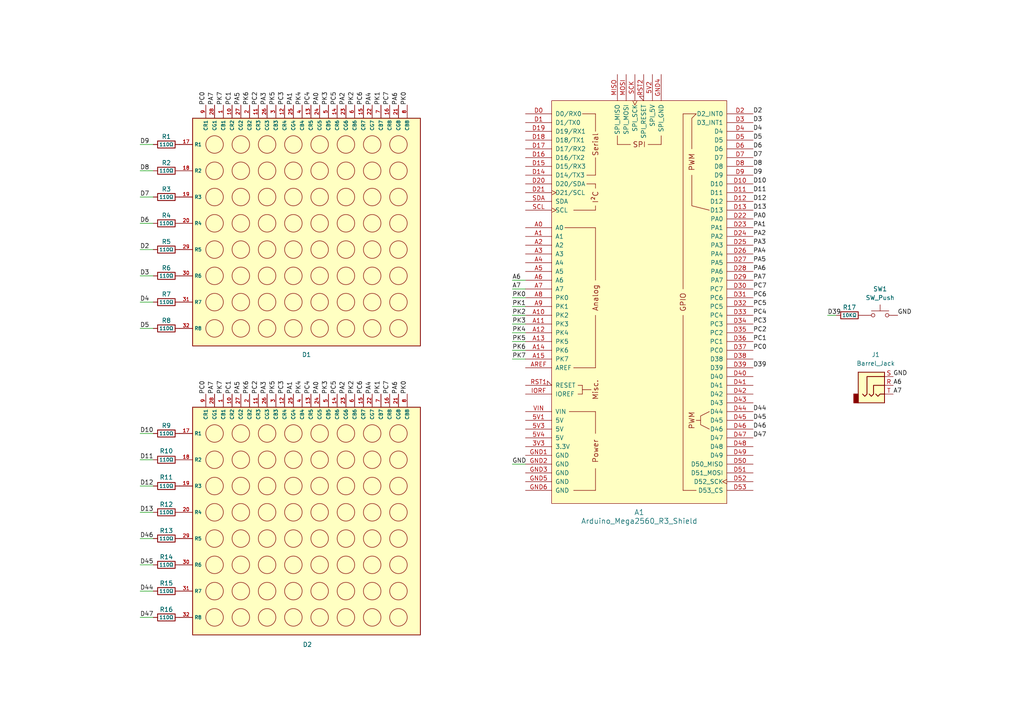
<source format=kicad_sch>
(kicad_sch (version 20231120) (generator "eeschema") (generator_version "8.0")
  (paper "A4")
  (lib_symbols
    (symbol "Connector_Audio:AudioJack3"
      (property "Reference" "J" (at 0 8.89 0))
      (property "Value" "AudioJack3" (at 0 6.35 0))
      (symbol "AudioJack3_0_1"
        (rectangle (start -5.08 -5.08) (end -6.35 -2.54) (stroke (width 0.254)) (fill (type outline)))
        (polyline (pts (xy 0 -2.54) (xy 0.635 -3.175) (xy 1.27 -2.54) (xy 2.54 -2.54)) (stroke (width 0.254)))
        (polyline (pts (xy -1.905 -2.54) (xy -1.27 -3.175) (xy -0.635 -2.54) (xy -0.635 0) (xy 2.54 0)) (stroke (width 0.254)))
        (polyline (pts (xy 2.54 2.54) (xy -2.54 2.54) (xy -2.54 -2.54) (xy -3.175 -3.175) (xy -3.81 -2.54)) (stroke (width 0.254)))
        (rectangle (start 2.54 3.81) (end -5.08 -5.08) (stroke (width 0.254)) (fill (type background)))
      )
      (symbol "AudioJack3_1_1"
        (pin passive line (at 5.08 0 180) (length 2.54) (name "~") (number "R"))
        (pin passive line (at 5.08 2.54 180) (length 2.54) (name "~") (number "S"))
        (pin passive line (at 5.08 -2.54 180) (length 2.54) (name "~") (number "T"))
      )
    )
    (symbol "Device:R" (pin_numbers hide) (pin_names (offset 0))
      (property "Reference" "R17" (at -2.286 0 90))
      (property "Value" "10KΩ" (at 0 0 90))
      (symbol "R_0_1"
        (rectangle (start -1.016 -2.54) (end 1.016 2.54) (stroke (width 0.254)))
      )
      (symbol "R_1_1"
        (pin passive line (at 0 3.81 270) (length 1.27) (name "~") (number "1"))
        (pin passive line (at 0 -3.81 90) (length 1.27) (name "~") (number "2"))
      )
    )
    (symbol "LED Matrix:ORM-2388ARGB-L"
      (property "Reference" "D1" (at 40.64 -80.01 0))
      (property "Value" "ORM-2388ARGB-L" (at 31.496 -83.312 0))
      (symbol "ORM-2388ARGB-L_0_1"
        (rectangle (start 7.62 -11.43) (end 73.66 -77.47) (stroke (width 0.254)) (fill (type background)))
        (circle (center 13.97 -72.39) (radius 2.54))
        (circle (center 13.97 -64.77) (radius 2.54))
        (circle (center 13.97 -57.15) (radius 2.54))
        (circle (center 13.97 -49.53) (radius 2.54))
        (circle (center 13.97 -41.91) (radius 2.54))
        (circle (center 13.97 -34.29) (radius 2.54))
        (circle (center 13.97 -26.67) (radius 2.54))
        (circle (center 13.97 -19.05) (radius 2.54))
        (circle (center 21.59 -72.39) (radius 2.54))
        (circle (center 21.59 -64.77) (radius 2.54))
        (circle (center 21.59 -57.15) (radius 2.54))
        (circle (center 21.59 -49.53) (radius 2.54))
        (circle (center 21.59 -41.91) (radius 2.54))
        (circle (center 21.59 -34.29) (radius 2.54))
        (circle (center 21.59 -26.67) (radius 2.54))
        (circle (center 21.59 -19.05) (radius 2.54))
        (circle (center 29.21 -72.39) (radius 2.54))
        (circle (center 29.21 -64.77) (radius 2.54))
        (circle (center 29.21 -57.15) (radius 2.54))
        (circle (center 29.21 -49.53) (radius 2.54))
        (circle (center 29.21 -41.91) (radius 2.54))
        (circle (center 29.21 -34.29) (radius 2.54))
        (circle (center 29.21 -26.67) (radius 2.54))
        (circle (center 29.21 -19.05) (radius 2.54))
        (circle (center 36.83 -72.39) (radius 2.54))
        (circle (center 36.83 -64.77) (radius 2.54))
        (circle (center 36.83 -57.15) (radius 2.54))
        (circle (center 36.83 -49.53) (radius 2.54))
        (circle (center 36.83 -41.91) (radius 2.54))
        (circle (center 36.83 -34.29) (radius 2.54))
        (circle (center 36.83 -26.67) (radius 2.54))
        (circle (center 36.83 -19.05) (radius 2.54))
        (circle (center 44.45 -72.39) (radius 2.54))
        (circle (center 44.45 -64.77) (radius 2.54))
        (circle (center 44.45 -57.15) (radius 2.54))
        (circle (center 44.45 -49.53) (radius 2.54))
        (circle (center 44.45 -41.91) (radius 2.54))
        (circle (center 44.45 -34.29) (radius 2.54))
        (circle (center 44.45 -26.67) (radius 2.54))
        (circle (center 44.45 -19.05) (radius 2.54))
        (circle (center 52.07 -72.39) (radius 2.54))
        (circle (center 52.07 -64.77) (radius 2.54))
        (circle (center 52.07 -57.15) (radius 2.54))
        (circle (center 52.07 -49.53) (radius 2.54))
        (circle (center 52.07 -41.91) (radius 2.54))
        (circle (center 52.07 -34.29) (radius 2.54))
        (circle (center 52.07 -26.67) (radius 2.54))
        (circle (center 52.07 -19.05) (radius 2.54))
        (circle (center 59.69 -72.39) (radius 2.54))
        (circle (center 59.69 -64.77) (radius 2.54))
        (circle (center 59.69 -57.15) (radius 2.54))
        (circle (center 59.69 -49.53) (radius 2.54))
        (circle (center 59.69 -41.91) (radius 2.54))
        (circle (center 59.69 -34.29) (radius 2.54))
        (circle (center 59.69 -26.67) (radius 2.54))
        (circle (center 59.69 -19.05) (radius 2.54))
        (circle (center 67.31 -72.39) (radius 2.54))
        (circle (center 67.31 -64.77) (radius 2.54))
        (circle (center 67.31 -57.15) (radius 2.54))
        (circle (center 67.31 -49.53) (radius 2.54))
        (circle (center 67.31 -41.91) (radius 2.54))
        (circle (center 67.31 -34.29) (radius 2.54))
        (circle (center 67.31 -26.67) (radius 2.54))
        (circle (center 67.31 -19.05) (radius 2.54))
        (pin input line (at 16.51 -7.62 270) (length 3.81) (name "CB1") (number "1"))
        (pin input line (at 19.05 -7.62 270) (length 3.81) (name "CR2") (number "10"))
        (pin input line (at 26.67 -7.62 270) (length 3.81) (name "CR3") (number "11"))
        (pin input line (at 34.29 -7.62 270) (length 3.81) (name "CR4") (number "12"))
        (pin input line (at 41.91 -7.62 270) (length 3.81) (name "CR5") (number "13"))
        (pin input line (at 49.53 -7.62 270) (length 3.81) (name "CR6") (number "14"))
        (pin input line (at 57.15 -7.62 270) (length 3.81) (name "CR7") (number "15"))
        (pin input line (at 64.77 -7.62 270) (length 3.81) (name "CR8") (number "16"))
        (pin input line (at 3.81 -19.05 0) (length 3.81) (name "R1") (number "17"))
        (pin input line (at 3.81 -26.67 0) (length 3.81) (name "R2") (number "18"))
        (pin input line (at 3.81 -34.29 0) (length 3.81) (name "R3") (number "19"))
        (pin input line (at 24.13 -7.62 270) (length 3.81) (name "CB2") (number "2"))
        (pin input line (at 3.81 -41.91 0) (length 3.81) (name "R4") (number "20"))
        (pin input line (at 67.31 -7.62 270) (length 3.81) (name "CG8") (number "21"))
        (pin input line (at 59.69 -7.62 270) (length 3.81) (name "CG7") (number "22"))
        (pin input line (at 52.07 -7.62 270) (length 3.81) (name "CG6") (number "23"))
        (pin input line (at 44.45 -7.62 270) (length 3.81) (name "CG5") (number "24"))
        (pin input line (at 36.83 -7.62 270) (length 3.81) (name "CG4") (number "25"))
        (pin input line (at 29.21 -7.62 270) (length 3.81) (name "CG3") (number "26"))
        (pin input line (at 21.59 -7.62 270) (length 3.81) (name "CG2") (number "27"))
        (pin input line (at 13.97 -7.62 270) (length 3.81) (name "CG1") (number "28"))
        (pin input line (at 3.81 -49.53 0) (length 3.81) (name "R5") (number "29"))
        (pin input line (at 31.75 -7.62 270) (length 3.81) (name "CB3") (number "3"))
        (pin input line (at 3.81 -57.15 0) (length 3.81) (name "R6") (number "30"))
        (pin input line (at 3.81 -64.77 0) (length 3.81) (name "R7") (number "31"))
        (pin input line (at 3.81 -72.39 0) (length 3.81) (name "R8") (number "32"))
        (pin input line (at 39.37 -7.62 270) (length 3.81) (name "CB4") (number "4"))
        (pin input line (at 46.99 -7.62 270) (length 3.81) (name "CB5") (number "5"))
        (pin input line (at 54.61 -7.62 270) (length 3.81) (name "CB6") (number "6"))
        (pin input line (at 62.23 -7.62 270) (length 3.81) (name "CB7") (number "7"))
        (pin input line (at 69.85 -7.62 270) (length 3.81) (name "CB8") (number "8"))
        (pin input line (at 11.43 -7.62 270) (length 3.81) (name "CR1") (number "9"))
      )
    )
    (symbol "ORM-2388ARGB-L_1"
      (property "Reference" "D2" (at 40.894 -80.264 0))
      (property "Value" "ORM-2388ARGB-L" (at 32.766 -83.312 0))
      (symbol "ORM-2388ARGB-L_1_0_1"
        (rectangle (start 7.62 -11.43) (end 73.66 -77.47) (stroke (width 0.254)) (fill (type background)))
        (circle (center 13.97 -72.39) (radius 2.54))
        (circle (center 13.97 -64.77) (radius 2.54))
        (circle (center 13.97 -57.15) (radius 2.54))
        (circle (center 13.97 -49.53) (radius 2.54))
        (circle (center 13.97 -41.91) (radius 2.54))
        (circle (center 13.97 -34.29) (radius 2.54))
        (circle (center 13.97 -26.67) (radius 2.54))
        (circle (center 13.97 -19.05) (radius 2.54))
        (circle (center 21.59 -72.39) (radius 2.54))
        (circle (center 21.59 -64.77) (radius 2.54))
        (circle (center 21.59 -57.15) (radius 2.54))
        (circle (center 21.59 -49.53) (radius 2.54))
        (circle (center 21.59 -41.91) (radius 2.54))
        (circle (center 21.59 -34.29) (radius 2.54))
        (circle (center 21.59 -26.67) (radius 2.54))
        (circle (center 21.59 -19.05) (radius 2.54))
        (circle (center 29.21 -72.39) (radius 2.54))
        (circle (center 29.21 -64.77) (radius 2.54))
        (circle (center 29.21 -57.15) (radius 2.54))
        (circle (center 29.21 -49.53) (radius 2.54))
        (circle (center 29.21 -41.91) (radius 2.54))
        (circle (center 29.21 -34.29) (radius 2.54))
        (circle (center 29.21 -26.67) (radius 2.54))
        (circle (center 29.21 -19.05) (radius 2.54))
        (circle (center 36.83 -72.39) (radius 2.54))
        (circle (center 36.83 -64.77) (radius 2.54))
        (circle (center 36.83 -57.15) (radius 2.54))
        (circle (center 36.83 -49.53) (radius 2.54))
        (circle (center 36.83 -41.91) (radius 2.54))
        (circle (center 36.83 -34.29) (radius 2.54))
        (circle (center 36.83 -26.67) (radius 2.54))
        (circle (center 36.83 -19.05) (radius 2.54))
        (circle (center 44.45 -72.39) (radius 2.54))
        (circle (center 44.45 -64.77) (radius 2.54))
        (circle (center 44.45 -57.15) (radius 2.54))
        (circle (center 44.45 -49.53) (radius 2.54))
        (circle (center 44.45 -41.91) (radius 2.54))
        (circle (center 44.45 -34.29) (radius 2.54))
        (circle (center 44.45 -26.67) (radius 2.54))
        (circle (center 44.45 -19.05) (radius 2.54))
        (circle (center 52.07 -72.39) (radius 2.54))
        (circle (center 52.07 -64.77) (radius 2.54))
        (circle (center 52.07 -57.15) (radius 2.54))
        (circle (center 52.07 -49.53) (radius 2.54))
        (circle (center 52.07 -41.91) (radius 2.54))
        (circle (center 52.07 -34.29) (radius 2.54))
        (circle (center 52.07 -26.67) (radius 2.54))
        (circle (center 52.07 -19.05) (radius 2.54))
        (circle (center 59.69 -72.39) (radius 2.54))
        (circle (center 59.69 -64.77) (radius 2.54))
        (circle (center 59.69 -57.15) (radius 2.54))
        (circle (center 59.69 -49.53) (radius 2.54))
        (circle (center 59.69 -41.91) (radius 2.54))
        (circle (center 59.69 -34.29) (radius 2.54))
        (circle (center 59.69 -26.67) (radius 2.54))
        (circle (center 59.69 -19.05) (radius 2.54))
        (circle (center 67.31 -72.39) (radius 2.54))
        (circle (center 67.31 -64.77) (radius 2.54))
        (circle (center 67.31 -57.15) (radius 2.54))
        (circle (center 67.31 -49.53) (radius 2.54))
        (circle (center 67.31 -41.91) (radius 2.54))
        (circle (center 67.31 -34.29) (radius 2.54))
        (circle (center 67.31 -26.67) (radius 2.54))
        (circle (center 67.31 -19.05) (radius 2.54))
        (pin input line (at 16.51 -7.62 270) (length 3.81) (name "CB1") (number "1"))
        (pin input line (at 19.05 -7.62 270) (length 3.81) (name "CR2") (number "10"))
        (pin input line (at 26.67 -7.62 270) (length 3.81) (name "CR3") (number "11"))
        (pin input line (at 34.29 -7.62 270) (length 3.81) (name "CR4") (number "12"))
        (pin input line (at 41.91 -7.62 270) (length 3.81) (name "CR5") (number "13"))
        (pin input line (at 49.53 -7.62 270) (length 3.81) (name "CR6") (number "14"))
        (pin input line (at 57.15 -7.62 270) (length 3.81) (name "CR7") (number "15"))
        (pin input line (at 64.77 -7.62 270) (length 3.81) (name "CR8") (number "16"))
        (pin input line (at 3.81 -19.05 0) (length 3.81) (name "R1") (number "17"))
        (pin input line (at 3.81 -26.67 0) (length 3.81) (name "R2") (number "18"))
        (pin input line (at 3.81 -34.29 0) (length 3.81) (name "R3") (number "19"))
        (pin input line (at 24.13 -7.62 270) (length 3.81) (name "CB2") (number "2"))
        (pin input line (at 3.81 -41.91 0) (length 3.81) (name "R4") (number "20"))
        (pin input line (at 67.31 -7.62 270) (length 3.81) (name "CG8") (number "21"))
        (pin input line (at 59.69 -7.62 270) (length 3.81) (name "CG7") (number "22"))
        (pin input line (at 52.07 -7.62 270) (length 3.81) (name "CG6") (number "23"))
        (pin input line (at 44.45 -7.62 270) (length 3.81) (name "CG5") (number "24"))
        (pin input line (at 36.83 -7.62 270) (length 3.81) (name "CG4") (number "25"))
        (pin input line (at 29.21 -7.62 270) (length 3.81) (name "CG3") (number "26"))
        (pin input line (at 21.59 -7.62 270) (length 3.81) (name "CG2") (number "27"))
        (pin input line (at 13.97 -7.62 270) (length 3.81) (name "CG1") (number "28"))
        (pin input line (at 3.81 -49.53 0) (length 3.81) (name "R5") (number "29"))
        (pin input line (at 31.75 -7.62 270) (length 3.81) (name "CB3") (number "3"))
        (pin input line (at 3.81 -57.15 0) (length 3.81) (name "R6") (number "30"))
        (pin input line (at 3.81 -64.77 0) (length 3.81) (name "R7") (number "31"))
        (pin input line (at 3.81 -72.39 0) (length 3.81) (name "R8") (number "32"))
        (pin input line (at 39.37 -7.62 270) (length 3.81) (name "CB4") (number "4"))
        (pin input line (at 46.99 -7.62 270) (length 3.81) (name "CB5") (number "5"))
        (pin input line (at 54.61 -7.62 270) (length 3.81) (name "CB6") (number "6"))
        (pin input line (at 62.23 -7.62 270) (length 3.81) (name "CB7") (number "7"))
        (pin input line (at 69.85 -7.62 270) (length 3.81) (name "CB8") (number "8"))
        (pin input line (at 11.43 -7.62 270) (length 3.81) (name "CR1") (number "9"))
      )
    )
    (symbol "R_1" (pin_numbers hide) (pin_names (offset 0))
      (property "Reference" "R1" (at -2.286 0 90))
      (property "Value" "100Ω" (at 0 0 90))
      (symbol "R_1_0_1"
        (rectangle (start -1.016 -2.54) (end 1.016 2.54) (stroke (width 0.254)))
      )
      (symbol "R_1_1_1"
        (pin passive line (at 0 3.81 270) (length 1.27) (name "~") (number "1"))
        (pin passive line (at 0 -3.81 90) (length 1.27) (name "~") (number "2"))
      )
    )
    (symbol "R_10" (pin_numbers hide) (pin_names (offset 0))
      (property "Reference" "R10" (at -2.54 0 90))
      (property "Value" "100Ω" (at 0 0 90))
      (symbol "R_10_0_1"
        (rectangle (start -1.016 -2.54) (end 1.016 2.54) (stroke (width 0.254)))
      )
      (symbol "R_10_1_1"
        (pin passive line (at 0 3.81 270) (length 1.27) (name "~") (number "1"))
        (pin passive line (at 0 -3.81 90) (length 1.27) (name "~") (number "2"))
      )
    )
    (symbol "R_11" (pin_numbers hide) (pin_names (offset 0))
      (property "Reference" "R11" (at -2.54 0 90))
      (property "Value" "100Ω" (at 0 0 90))
      (symbol "R_11_0_1"
        (rectangle (start -1.016 -2.54) (end 1.016 2.54) (stroke (width 0.254)))
      )
      (symbol "R_11_1_1"
        (pin passive line (at 0 3.81 270) (length 1.27) (name "~") (number "1"))
        (pin passive line (at 0 -3.81 90) (length 1.27) (name "~") (number "2"))
      )
    )
    (symbol "R_12" (pin_numbers hide) (pin_names (offset 0))
      (property "Reference" "R12" (at -2.286 0 90))
      (symbol "R_12_0_1"
        (rectangle (start -1.016 -2.54) (end 1.016 2.54) (stroke (width 0.254)))
      )
      (symbol "R_12_1_1"
        (pin passive line (at 0 3.81 270) (length 1.27) (name "~") (number "1"))
        (pin passive line (at 0 -3.81 90) (length 1.27) (name "~") (number "2"))
      )
    )
    (symbol "R_13" (pin_numbers hide) (pin_names (offset 0))
      (property "Reference" "R13" (at -2.286 0 90))
      (property "Value" "100Ω" (at 0 0 90))
      (symbol "R_13_0_1"
        (rectangle (start -1.016 -2.54) (end 1.016 2.54) (stroke (width 0.254)))
      )
      (symbol "R_13_1_1"
        (pin passive line (at 0 3.81 270) (length 1.27) (name "~") (number "1"))
        (pin passive line (at 0 -3.81 90) (length 1.27) (name "~") (number "2"))
      )
    )
    (symbol "R_14" (pin_numbers hide) (pin_names (offset 0))
      (property "Reference" "R14" (at -2.286 0 90))
      (property "Value" "100Ω" (at 0 0 90))
      (symbol "R_14_0_1"
        (rectangle (start -1.016 -2.54) (end 1.016 2.54) (stroke (width 0.254)))
      )
      (symbol "R_14_1_1"
        (pin passive line (at 0 3.81 270) (length 1.27) (name "~") (number "1"))
        (pin passive line (at 0 -3.81 90) (length 1.27) (name "~") (number "2"))
      )
    )
    (symbol "R_15" (pin_numbers hide) (pin_names (offset 0))
      (property "Reference" "R15" (at -2.286 0 90))
      (property "Value" "100Ω" (at 0 0 90))
      (symbol "R_15_0_1"
        (rectangle (start -1.016 -2.54) (end 1.016 2.54) (stroke (width 0.254)))
      )
      (symbol "R_15_1_1"
        (pin passive line (at 0 3.81 270) (length 1.27) (name "~") (number "1"))
        (pin passive line (at 0 -3.81 90) (length 1.27) (name "~") (number "2"))
      )
    )
    (symbol "R_16" (pin_numbers hide) (pin_names (offset 0))
      (property "Reference" "R16" (at -2.286 0 90))
      (property "Value" "100Ω" (at 0 0 90))
      (symbol "R_16_0_1"
        (rectangle (start -1.016 2.54) (end 1.016 -2.54) (stroke (width 0.254)))
      )
      (symbol "R_16_1_1"
        (pin passive line (at 0 3.81 270) (length 1.27) (name "~") (number "1"))
        (pin passive line (at 0 -3.81 90) (length 1.27) (name "~") (number "2"))
      )
    )
    (symbol "R_2" (pin_numbers hide) (pin_names (offset 0))
      (property "Reference" "R2" (at -2.286 0 90))
      (property "Value" "100Ω" (at 0 0 90))
      (symbol "R_2_0_1"
        (rectangle (start -1.016 -2.54) (end 1.016 2.54) (stroke (width 0.254)))
      )
      (symbol "R_2_1_1"
        (pin passive line (at 0 3.81 270) (length 1.27) (name "~") (number "1"))
        (pin passive line (at 0 -3.81 90) (length 1.27) (name "~") (number "2"))
      )
    )
    (symbol "R_3" (pin_numbers hide) (pin_names (offset 0))
      (property "Reference" "R3" (at -2.286 0 90))
      (property "Value" "100Ω" (at 0 0 90))
      (symbol "R_3_0_1"
        (rectangle (start -1.016 -2.54) (end 1.016 2.54) (stroke (width 0.254)))
      )
      (symbol "R_3_1_1"
        (pin passive line (at 0 3.81 270) (length 1.27) (name "~") (number "1"))
        (pin passive line (at 0 -3.81 90) (length 1.27) (name "~") (number "2"))
      )
    )
    (symbol "R_4" (pin_numbers hide) (pin_names (offset 0))
      (property "Reference" "R4" (at -2.286 0 90))
      (property "Value" "100Ω" (at 0 0 90))
      (symbol "R_4_0_1"
        (rectangle (start -1.016 -2.54) (end 1.016 2.54) (stroke (width 0.254)))
      )
      (symbol "R_4_1_1"
        (pin passive line (at 0 3.81 270) (length 1.27) (name "~") (number "1"))
        (pin passive line (at 0 -3.81 90) (length 1.27) (name "~") (number "2"))
      )
    )
    (symbol "R_5" (pin_numbers hide) (pin_names (offset 0))
      (property "Reference" "R5" (at -2.286 0 90))
      (property "Value" "100Ω" (at 0 0 90))
      (symbol "R_5_0_1"
        (rectangle (start -1.016 -2.54) (end 1.016 2.54) (stroke (width 0.254)))
      )
      (symbol "R_5_1_1"
        (pin passive line (at 0 3.81 270) (length 1.27) (name "~") (number "1"))
        (pin passive line (at 0 -3.81 90) (length 1.27) (name "~") (number "2"))
      )
    )
    (symbol "R_6" (pin_numbers hide) (pin_names (offset 0))
      (property "Reference" "R6" (at -2.286 0 90))
      (property "Value" "100Ω" (at 0 0 90))
      (symbol "R_6_0_1"
        (rectangle (start -1.016 -2.54) (end 1.016 2.54) (stroke (width 0.254)))
      )
      (symbol "R_6_1_1"
        (pin passive line (at 0 3.81 270) (length 1.27) (name "~") (number "1"))
        (pin passive line (at 0 -3.81 90) (length 1.27) (name "~") (number "2"))
      )
    )
    (symbol "R_7" (pin_numbers hide) (pin_names (offset 0))
      (property "Reference" "R7" (at -2.286 0 90))
      (property "Value" "100Ω" (at 0 0 90))
      (symbol "R_7_0_1"
        (rectangle (start -1.016 -2.54) (end 1.016 2.54) (stroke (width 0.254)))
      )
      (symbol "R_7_1_1"
        (pin passive line (at 0 3.81 270) (length 1.27) (name "~") (number "1"))
        (pin passive line (at 0 -3.81 90) (length 1.27) (name "~") (number "2"))
      )
    )
    (symbol "R_8" (pin_numbers hide) (pin_names (offset 0))
      (property "Reference" "R8" (at -2.286 0 90))
      (property "Value" "100Ω" (at 0 0 90))
      (symbol "R_8_0_1"
        (rectangle (start -1.016 -2.54) (end 1.016 2.54) (stroke (width 0.254)))
      )
      (symbol "R_8_1_1"
        (pin passive line (at 0 3.81 270) (length 1.27) (name "~") (number "1"))
        (pin passive line (at 0 -3.81 90) (length 1.27) (name "~") (number "2"))
      )
    )
    (symbol "R_9" (pin_numbers hide) (pin_names (offset 0))
      (property "Reference" "R9" (at -2.286 0 90))
      (property "Value" "100Ω" (at 0 0 90))
      (symbol "R_9_0_1"
        (rectangle (start -1.016 -2.54) (end 1.016 2.54) (stroke (width 0.254)))
      )
      (symbol "R_9_1_1"
        (pin passive line (at 0 3.81 270) (length 1.27) (name "~") (number "1"))
        (pin passive line (at 0 -3.81 90) (length 1.27) (name "~") (number "2"))
      )
    )
    (symbol "Switch:SW_Push" (pin_numbers hide) (pin_names (offset 1.016) hide)
      (property "Reference" "SW" (at 1.27 2.54 0))
      (property "Value" "SW_Push" (at 0 -1.524 0))
      (symbol "SW_Push_0_1"
        (circle (center -2.032 0) (radius 0.508))
        (polyline (pts (xy 0 1.27) (xy 0 3.048)))
        (polyline (pts (xy 2.54 1.27) (xy -2.54 1.27)))
        (circle (center 2.032 0) (radius 0.508))
        (pin passive line (at -5.08 0 0) (length 2.54) (name "1") (number "1"))
        (pin passive line (at 5.08 0 180) (length 2.54) (name "2") (number "2"))
      )
    )
    (symbol "arduino-library:Arduino_Mega2560_R3_Shield" (pin_names (offset 1.016))
      (property "Reference" "A1" (at 0 -60.96 0))
      (property "Value" "Arduino_Mega2560_R3_Shield" (at 0 -63.5 0))
      (symbol "Arduino_Mega2560_R3_Shield_0_0"
        (rectangle (start -25.4 58.42) (end 25.4 -58.42) (fill (type background)))
        (rectangle (start -20.32 -31.75) (end -12.7 -31.75))
        (rectangle (start -19.05 -54.61) (end -12.7 -54.61))
        (rectangle (start -19.05 -19.05) (end -12.7 -19.05))
        (rectangle (start -19.05 26.67) (end -12.7 26.67))
        (rectangle (start -17.78 -26.67) (end -16.51 -26.67))
        (rectangle (start -17.78 -24.13) (end -16.51 -24.13))
        (rectangle (start -16.51 -25.4) (end -13.97 -25.4))
        (rectangle (start -16.51 -24.13) (end -16.51 -26.67))
        (rectangle (start -16.51 54.61) (end -12.7 54.61))
        (rectangle (start -15.24 34.29) (end -12.7 34.29))
        (rectangle (start -15.24 36.83) (end -12.7 36.83))
        (rectangle (start -12.7 -54.61) (end -12.7 -48.26))
        (rectangle (start -12.7 -31.75) (end -12.7 -38.1))
        (rectangle (start -12.7 26.67) (end -12.7 27.94))
        (rectangle (start -12.7 34.29) (end -12.7 33.02))
        (rectangle (start -12.7 41.91) (end -12.7 36.83))
        (rectangle (start -12.7 49.53) (end -12.7 54.61))
        (rectangle (start -6.35 48.26) (end -6.35 45.72))
        (rectangle (start -2.54 45.72) (end -6.35 45.72))
        (polyline (pts (xy -21.59 21.59) (xy -12.7 21.59)))
        (polyline (pts (xy -12.7 -19.05) (xy -12.7 -3.81)))
        (polyline (pts (xy -12.7 6.35) (xy -12.7 21.59)))
        (polyline (pts (xy 12.7 -54.61) (xy 16.51 -54.61)))
        (polyline (pts (xy 12.7 54.61) (xy 16.51 54.61)))
        (polyline (pts (xy 17.78 -34.29) (xy 16.51 -34.29)))
        (polyline (pts (xy 15.24 36.83) (xy 15.24 27.94) (xy 20.32 26.67)))
        (polyline (pts (xy 15.24 44.45) (xy 15.24 53.34) (xy 16.51 54.61)))
        (polyline (pts (xy 20.32 -31.75) (xy 17.78 -33.02) (xy 17.78 -35.56) (xy 20.32 -36.83)))
        (rectangle (start 6.35 45.72) (end 2.54 45.72))
        (rectangle (start 6.35 48.26) (end 6.35 45.72))
        (text "Analog" (at -12.7 1.27 900) (effects (font (size 1.524 1.524))))
        (text "I²C" (at -12.7 30.48 900) (effects (font (size 1.524 1.524))))
        (text "Misc." (at -12.7 -25.4 900) (effects (font (size 1.524 1.524))))
        (text "Power" (at -12.7 -43.18 900) (effects (font (size 1.524 1.524))))
        (text "PWM" (at 15.24 -34.29 900) (effects (font (size 1.524 1.524))))
        (text "PWM" (at 15.24 40.64 900) (effects (font (size 1.524 1.524))))
        (text "Serial" (at -12.7 45.72 900) (effects (font (size 1.524 1.524))))
        (text "SPI" (at 0 45.72 0) (effects (font (size 1.524 1.524))))
      )
      (symbol "Arduino_Mega2560_R3_Shield_1_0"
        (rectangle (start 12.7 -54.61) (end 12.7 -3.81))
        (rectangle (start 12.7 54.61) (end 12.7 3.81))
        (text "GPIO" (at 12.7 0 900) (effects (font (size 1.524 1.524))))
      )
      (symbol "Arduino_Mega2560_R3_Shield_1_1"
        (pin power_out line (at -33.02 -41.91 0) (length 7.62) (name "3.3V") (number "3V3"))
        (pin power_in line (at -33.02 -34.29 0) (length 7.62) (name "5V") (number "5V1"))
        (pin power_in line (at 3.81 66.04 270) (length 7.62) (name "SPI_5V") (number "5V2"))
        (pin power_in line (at -33.02 -36.83 0) (length 7.62) (name "5V") (number "5V3"))
        (pin power_in line (at -33.02 -39.37 0) (length 7.62) (name "5V") (number "5V4"))
        (pin bidirectional line (at -33.02 21.59 0) (length 7.62) (name "A0") (number "A0"))
        (pin bidirectional line (at -33.02 19.05 0) (length 7.62) (name "A1") (number "A1"))
        (pin bidirectional line (at -33.02 -3.81 0) (length 7.62) (name "PK2") (number "A10"))
        (pin bidirectional line (at -33.02 -6.35 0) (length 7.62) (name "PK3") (number "A11"))
        (pin bidirectional line (at -33.02 -8.89 0) (length 7.62) (name "PK4") (number "A12"))
        (pin bidirectional line (at -33.02 -11.43 0) (length 7.62) (name "PK5") (number "A13"))
        (pin bidirectional line (at -33.02 -13.97 0) (length 7.62) (name "PK6") (number "A14"))
        (pin bidirectional line (at -33.02 -16.51 0) (length 7.62) (name "PK7") (number "A15"))
        (pin bidirectional line (at -33.02 16.51 0) (length 7.62) (name "A2") (number "A2"))
        (pin bidirectional line (at -33.02 13.97 0) (length 7.62) (name "A3") (number "A3"))
        (pin bidirectional line (at -33.02 11.43 0) (length 7.62) (name "A4") (number "A4"))
        (pin bidirectional line (at -33.02 8.89 0) (length 7.62) (name "A5") (number "A5"))
        (pin bidirectional line (at -33.02 6.35 0) (length 7.62) (name "A6") (number "A6"))
        (pin bidirectional line (at -33.02 3.81 0) (length 7.62) (name "A7") (number "A7"))
        (pin bidirectional line (at -33.02 1.27 0) (length 7.62) (name "PK0") (number "A8"))
        (pin bidirectional line (at -33.02 -1.27 0) (length 7.62) (name "PK1") (number "A9"))
        (pin input line (at -33.02 -19.05 0) (length 7.62) (name "AREF") (number "AREF"))
        (pin bidirectional line (at -33.02 54.61 0) (length 7.62) (name "D0/RX0") (number "D0"))
        (pin bidirectional line (at -33.02 52.07 0) (length 7.62) (name "D1/TX0") (number "D1"))
        (pin bidirectional line (at 33.02 34.29 180) (length 7.62) (name "D10") (number "D10"))
        (pin bidirectional line (at 33.02 31.75 180) (length 7.62) (name "D11") (number "D11"))
        (pin bidirectional line (at 33.02 29.21 180) (length 7.62) (name "D12") (number "D12"))
        (pin bidirectional line (at 33.02 26.67 180) (length 7.62) (name "D13") (number "D13"))
        (pin bidirectional line (at -33.02 36.83 0) (length 7.62) (name "D14/TX3") (number "D14"))
        (pin bidirectional line (at -33.02 39.37 0) (length 7.62) (name "D15/RX3") (number "D15"))
        (pin bidirectional line (at -33.02 41.91 0) (length 7.62) (name "D16/TX2") (number "D16"))
        (pin bidirectional line (at -33.02 44.45 0) (length 7.62) (name "D17/RX2") (number "D17"))
        (pin bidirectional line (at -33.02 46.99 0) (length 7.62) (name "D18/TX1") (number "D18"))
        (pin bidirectional line (at -33.02 49.53 0) (length 7.62) (name "D19/RX1") (number "D19"))
        (pin bidirectional line (at 33.02 54.61 180) (length 7.62) (name "D2_INT0") (number "D2"))
        (pin bidirectional line (at -33.02 34.29 0) (length 7.62) (name "D20/SDA") (number "D20"))
        (pin bidirectional clock (at -33.02 31.75 0) (length 7.62) (name "D21/SCL") (number "D21"))
        (pin bidirectional line (at 33.02 24.13 180) (length 7.62) (name "PA0") (number "D22"))
        (pin bidirectional line (at 33.02 21.59 180) (length 7.62) (name "PA1") (number "D23"))
        (pin bidirectional line (at 33.02 19.05 180) (length 7.62) (name "PA2") (number "D24"))
        (pin bidirectional line (at 33.02 16.51 180) (length 7.62) (name "PA3") (number "D25"))
        (pin bidirectional line (at 33.02 13.97 180) (length 7.62) (name "PA4") (number "D26"))
        (pin bidirectional line (at 33.02 11.43 180) (length 7.62) (name "PA5") (number "D27"))
        (pin bidirectional line (at 33.02 8.89 180) (length 7.62) (name "PA6") (number "D28"))
        (pin bidirectional line (at 33.02 6.35 180) (length 7.62) (name "PA7") (number "D29"))
        (pin bidirectional line (at 33.02 52.07 180) (length 7.62) (name "D3_INT1") (number "D3"))
        (pin bidirectional line (at 33.02 3.81 180) (length 7.62) (name "PC7") (number "D30"))
        (pin bidirectional line (at 33.02 1.27 180) (length 7.62) (name "PC6") (number "D31"))
        (pin bidirectional line (at 33.02 -1.27 180) (length 7.62) (name "PC5") (number "D32"))
        (pin bidirectional line (at 33.02 -3.81 180) (length 7.62) (name "PC4") (number "D33"))
        (pin bidirectional line (at 33.02 -6.35 180) (length 7.62) (name "PC3") (number "D34"))
        (pin bidirectional line (at 33.02 -8.89 180) (length 7.62) (name "PC2") (number "D35"))
        (pin bidirectional line (at 33.02 -11.43 180) (length 7.62) (name "PC1") (number "D36"))
        (pin bidirectional line (at 33.02 -13.97 180) (length 7.62) (name "PC0") (number "D37"))
        (pin bidirectional line (at 33.02 -16.51 180) (length 7.62) (name "D38") (number "D38"))
        (pin bidirectional line (at 33.02 -19.05 180) (length 7.62) (name "D39") (number "D39"))
        (pin bidirectional line (at 33.02 49.53 180) (length 7.62) (name "D4") (number "D4"))
        (pin bidirectional line (at 33.02 -21.59 180) (length 7.62) (name "D40") (number "D40"))
        (pin bidirectional line (at 33.02 -24.13 180) (length 7.62) (name "D41") (number "D41"))
        (pin bidirectional line (at 33.02 -26.67 180) (length 7.62) (name "D42") (number "D42"))
        (pin bidirectional line (at 33.02 -29.21 180) (length 7.62) (name "D43") (number "D43"))
        (pin bidirectional line (at 33.02 -31.75 180) (length 7.62) (name "D44") (number "D44"))
        (pin bidirectional line (at 33.02 -34.29 180) (length 7.62) (name "D45") (number "D45"))
        (pin bidirectional line (at 33.02 -36.83 180) (length 7.62) (name "D46") (number "D46"))
        (pin bidirectional line (at 33.02 -39.37 180) (length 7.62) (name "D47") (number "D47"))
        (pin bidirectional line (at 33.02 -41.91 180) (length 7.62) (name "D48") (number "D48"))
        (pin bidirectional line (at 33.02 -44.45 180) (length 7.62) (name "D49") (number "D49"))
        (pin bidirectional line (at 33.02 46.99 180) (length 7.62) (name "D5") (number "D5"))
        (pin bidirectional line (at 33.02 -46.99 180) (length 7.62) (name "D50_MISO") (number "D50"))
        (pin bidirectional line (at 33.02 -49.53 180) (length 7.62) (name "D51_MOSI") (number "D51"))
        (pin bidirectional clock (at 33.02 -52.07 180) (length 7.62) (name "D52_SCK") (number "D52"))
        (pin bidirectional line (at 33.02 -54.61 180) (length 7.62) (name "D53_CS") (number "D53"))
        (pin bidirectional line (at 33.02 44.45 180) (length 7.62) (name "D6") (number "D6"))
        (pin bidirectional line (at 33.02 41.91 180) (length 7.62) (name "D7") (number "D7"))
        (pin bidirectional line (at 33.02 39.37 180) (length 7.62) (name "D8") (number "D8"))
        (pin bidirectional line (at 33.02 36.83 180) (length 7.62) (name "D9") (number "D9"))
        (pin power_in line (at -33.02 -44.45 0) (length 7.62) (name "GND") (number "GND1"))
        (pin power_in line (at -33.02 -46.99 0) (length 7.62) (name "GND") (number "GND2"))
        (pin power_in line (at -33.02 -49.53 0) (length 7.62) (name "GND") (number "GND3"))
        (pin power_in line (at 6.35 66.04 270) (length 7.62) (name "SPI_GND") (number "GND4"))
        (pin power_in line (at -33.02 -52.07 0) (length 7.62) (name "GND") (number "GND5"))
        (pin power_in line (at -33.02 -54.61 0) (length 7.62) (name "GND") (number "GND6"))
        (pin output line (at -33.02 -26.67 0) (length 7.62) (name "IOREF") (number "IORF"))
        (pin input line (at -6.35 66.04 270) (length 7.62) (name "SPI_MISO") (number "MISO"))
        (pin output line (at -3.81 66.04 270) (length 7.62) (name "SPI_MOSI") (number "MOSI"))
        (pin open_collector input_low (at -33.02 -24.13 0) (length 7.62) (name "RESET") (number "RST1"))
        (pin open_collector input_low (at 1.27 66.04 270) (length 7.62) (name "SPI_RESET") (number "RST2"))
        (pin output clock (at -1.27 66.04 270) (length 7.62) (name "SPI_SCK") (number "SCK"))
        (pin bidirectional clock (at -33.02 26.67 0) (length 7.62) (name "SCL") (number "SCL"))
        (pin bidirectional line (at -33.02 29.21 0) (length 7.62) (name "SDA") (number "SDA"))
        (pin power_in line (at -33.02 -31.75 0) (length 7.62) (name "VIN") (number "VIN"))
      )
    )
  )
  (wire (pts (xy 148.59 83.82) (xy 152.4 83.82)))
  (wire (pts (xy 148.59 96.52) (xy 152.4 96.52)))
  (wire (pts (xy 40.64 133.35) (xy 44.45 133.35)))
  (wire (pts (xy 40.64 140.97) (xy 44.45 140.97)))
  (wire (pts (xy 40.64 80.01) (xy 44.45 80.01)))
  (wire (pts (xy 40.64 148.59) (xy 44.45 148.59)))
  (wire (pts (xy 40.64 57.15) (xy 44.45 57.15)))
  (wire (pts (xy 148.59 86.36) (xy 152.4 86.36)))
  (wire (pts (xy 44.45 163.83) (xy 40.64 163.83)))
  (wire (pts (xy 40.64 171.45) (xy 44.45 171.45)))
  (wire (pts (xy 40.64 41.91) (xy 44.45 41.91)))
  (wire (pts (xy 40.64 125.73) (xy 44.45 125.73)))
  (wire (pts (xy 148.59 91.44) (xy 152.4 91.44)))
  (wire (pts (xy 148.59 134.62) (xy 152.4 134.62)))
  (wire (pts (xy 40.64 179.07) (xy 44.45 179.07)))
  (wire (pts (xy 148.59 101.6) (xy 152.4 101.6)))
  (wire (pts (xy 40.64 64.77) (xy 44.45 64.77)))
  (wire (pts (xy 240.03 91.44) (xy 242.57 91.44)))
  (wire (pts (xy 148.59 104.14) (xy 152.4 104.14)))
  (wire (pts (xy 40.64 87.63) (xy 44.45 87.63)))
  (wire (pts (xy 40.64 156.21) (xy 44.45 156.21)))
  (wire (pts (xy 40.64 95.25) (xy 44.45 95.25)))
  (wire (pts (xy 148.59 81.28) (xy 152.4 81.28)))
  (wire (pts (xy 148.59 88.9) (xy 152.4 88.9)))
  (wire (pts (xy 148.59 99.06) (xy 152.4 99.06)))
  (wire (pts (xy 148.59 93.98) (xy 152.4 93.98)))
  (wire (pts (xy 40.64 72.39) (xy 44.45 72.39)))
  (wire (pts (xy 40.64 49.53) (xy 44.45 49.53)))
  (label "A7" (at 148.59 83.82 0))
  (label "PA2" (at 218.44 68.58 0))
  (label "D7" (at 218.44 45.72 0))
  (label "D12" (at 40.64 140.97 0))
  (label "PC7" (at 218.44 83.82 0))
  (label "A6" (at 148.59 81.28 0))
  (label "PA3" (at 77.47 114.3 90))
  (label "D10" (at 218.44 53.34 0))
  (label "PC4" (at 218.44 91.44 0))
  (label "PA6" (at 115.57 30.48 90))
  (label "D11" (at 40.64 133.35 0))
  (label "PC3" (at 82.55 30.48 90))
  (label "GND" (at 260.35 91.44 0))
  (label "D46" (at 40.64 156.21 0))
  (label "D39" (at 240.03 91.44 0))
  (label "D2" (at 40.64 72.39 0))
  (label "PK6" (at 72.39 114.3 90))
  (label "PC2" (at 74.93 30.48 90))
  (label "PC7" (at 113.03 114.3 90))
  (label "D44" (at 40.64 171.45 0))
  (label "D13" (at 218.44 60.96 0))
  (label "D45" (at 40.64 163.83 0))
  (label "D6" (at 218.44 43.18 0))
  (label "A7" (at 259.08 114.3 0))
  (label "PK3" (at 95.25 30.48 90))
  (label "D8" (at 40.64 49.53 0))
  (label "PA4" (at 218.44 73.66 0))
  (label "D4" (at 218.44 38.1 0))
  (label "PA7" (at 62.23 30.48 90))
  (label "PK2" (at 102.87 114.3 90))
  (label "D3" (at 40.64 80.01 0))
  (label "PC0" (at 59.69 30.48 90))
  (label "PK3" (at 95.25 114.3 90))
  (label "PC6" (at 105.41 114.3 90))
  (label "PK5" (at 148.59 99.06 0))
  (label "PK2" (at 102.87 30.48 90))
  (label "PA1" (at 85.09 114.3 90))
  (label "PA1" (at 218.44 66.04 0))
  (label "PK4" (at 87.63 30.48 90))
  (label "PC7" (at 113.03 30.48 90))
  (label "PK6" (at 72.39 30.48 90))
  (label "PK0" (at 118.11 30.48 90))
  (label "PK1" (at 148.59 88.9 0))
  (label "D4" (at 40.64 87.63 0))
  (label "D10" (at 40.64 125.73 0))
  (label "PC0" (at 59.69 114.3 90))
  (label "D5" (at 40.64 95.25 0))
  (label "PA3" (at 218.44 71.12 0))
  (label "PK2" (at 148.59 91.44 0))
  (label "PK0" (at 118.11 114.3 90))
  (label "PC2" (at 74.93 114.3 90))
  (label "PC6" (at 218.44 86.36 0))
  (label "PA0" (at 218.44 63.5 0))
  (label "PA3" (at 77.47 30.48 90))
  (label "PK7" (at 64.77 114.3 90))
  (label "PA1" (at 85.09 30.48 90))
  (label "PC1" (at 67.31 114.3 90))
  (label "D46" (at 218.44 124.46 0))
  (label "PC4" (at 90.17 114.3 90))
  (label "A6" (at 259.08 111.76 0))
  (label "PK5" (at 80.01 114.3 90))
  (label "PK6" (at 148.59 101.6 0))
  (label "PK7" (at 64.77 30.48 90))
  (label "PK4" (at 87.63 114.3 90))
  (label "D39" (at 218.44 106.68 0))
  (label "PA2" (at 100.33 30.48 90))
  (label "GND" (at 148.59 134.62 0))
  (label "PK7" (at 148.59 104.14 0))
  (label "PA7" (at 62.23 114.3 90))
  (label "D3" (at 218.44 35.56 0))
  (label "D12" (at 218.44 58.42 0))
  (label "PK1" (at 110.49 114.3 90))
  (label "D9" (at 218.44 50.8 0))
  (label "D9" (at 40.64 41.91 0))
  (label "PC6" (at 105.41 30.48 90))
  (label "D13" (at 40.64 148.59 0))
  (label "PC2" (at 218.44 96.52 0))
  (label "D44" (at 218.44 119.38 0))
  (label "GND" (at 259.08 109.22 0))
  (label "PC0" (at 218.44 101.6 0))
  (label "PA6" (at 218.44 78.74 0))
  (label "D2" (at 218.44 33.02 0))
  (label "PC5" (at 97.79 114.3 90))
  (label "D45" (at 218.44 121.92 0))
  (label "D47" (at 218.44 127 0))
  (label "PK1" (at 110.49 30.48 90))
  (label "PA2" (at 100.33 114.3 90))
  (label "PC1" (at 218.44 99.06 0))
  (label "D47" (at 40.64 179.07 0))
  (label "D5" (at 218.44 40.64 0))
  (label "PC3" (at 82.55 114.3 90))
  (label "D7" (at 40.64 57.15 0))
  (label "PA5" (at 218.44 76.2 0))
  (label "PC5" (at 97.79 30.48 90))
  (label "PC5" (at 218.44 88.9 0))
  (label "PK3" (at 148.59 93.98 0))
  (label "PA4" (at 107.95 114.3 90))
  (label "PA4" (at 107.95 30.48 90))
  (label "PA5" (at 69.85 114.3 90))
  (label "PC4" (at 90.17 30.48 90))
  (label "D8" (at 218.44 48.26 0))
  (label "PC1" (at 67.31 30.48 90))
  (label "D6" (at 40.64 64.77 0))
  (label "PA5" (at 69.85 30.48 90))
  (label "PA6" (at 115.57 114.3 90))
  (label "PK0" (at 148.59 86.36 0))
  (label "PA0" (at 92.71 114.3 90))
  (label "PK5" (at 80.01 30.48 90))
  (label "PC3" (at 218.44 93.98 0))
  (label "PK4" (at 148.59 96.52 0))
  (label "D11" (at 218.44 55.88 0))
  (label "PA0" (at 92.71 30.48 90))
  (label "PA7" (at 218.44 81.28 0))
  (symbol (lib_id "Device:R") (at 246.38 91.44 270) (unit 1)
    (property "Reference" "R17" (at 246.38 89.154 90))
    (property "Value" "10KΩ" (at 246.38 91.44 90) (effects (font (size 1 1))))
    (property "Footprint" "Resistor_THT:R_Axial_DIN0204_L3.6mm_D1.6mm_P5.08mm_Horizontal" (effects (hide yes)))
    (property "Description" "Resistor" (effects (hide yes)))
  )
  (symbol (lib_id "LED Matrix:ORM-2388ARGB-L") (at 48.26 22.86 0) (unit 1)
    (property "Reference" "D1" (at 88.9 102.87 0))
    (property "Value" "ORM-2388ARGB-L" (effects (hide yes)))
    (property "Footprint" "LED Matrix:ORM-2388ARGB-L" (effects (hide yes)))
  )
  (symbol (lib_name "ORM-2388ARGB-L_1") (lib_id "LED Matrix:ORM-2388ARGB-L") (at 48.26 106.68 0) (unit 1)
    (property "Reference" "D2" (at 89.154 186.944 0))
    (property "Value" "ORM-2388ARGB-L" (effects (hide yes)))
    (property "Footprint" "LED Matrix:ORM-2388ARGB-L" (effects (hide yes)))
  )
  (symbol (lib_name "R_6") (lib_id "Device:R") (at 48.26 80.01 270) (unit 1)
    (property "Reference" "R6" (at 48.26 77.724 90))
    (property "Value" "110Ω" (at 48.26 80.01 90) (effects (font (size 1 1))))
    (property "Footprint" "Resistor_THT:R_Axial_DIN0204_L3.6mm_D1.6mm_P5.08mm_Horizontal" (effects (hide yes)))
    (property "Description" "Resistor" (effects (hide yes)))
  )
  (symbol (lib_name "R_12") (lib_id "Device:R") (at 48.26 148.59 270) (unit 1)
    (property "Reference" "R12" (at 48.26 146.304 90))
    (property "Value" "110Ω" (at 48.26 148.59 90) (effects (font (size 1 1))))
    (property "Footprint" "Resistor_THT:R_Axial_DIN0204_L3.6mm_D1.6mm_P5.08mm_Horizontal" (effects (hide yes)))
    (property "Description" "Resistor" (effects (hide yes)))
  )
  (symbol (lib_name "R_7") (lib_id "Device:R") (at 48.26 87.63 270) (unit 1)
    (property "Reference" "R7" (at 48.26 85.344 90))
    (property "Value" "110Ω" (at 48.26 87.63 90) (effects (font (size 1 1))))
    (property "Footprint" "Resistor_THT:R_Axial_DIN0204_L3.6mm_D1.6mm_P5.08mm_Horizontal" (effects (hide yes)))
    (property "Description" "Resistor" (effects (hide yes)))
  )
  (symbol (lib_name "R_2") (lib_id "Device:R") (at 48.26 49.53 270) (unit 1)
    (property "Reference" "R2" (at 48.26 47.244 90))
    (property "Value" "110Ω" (at 48.26 49.53 90) (effects (font (size 1 1))))
    (property "Footprint" "Resistor_THT:R_Axial_DIN0204_L3.6mm_D1.6mm_P5.08mm_Horizontal" (effects (hide yes)))
    (property "Description" "Resistor" (effects (hide yes)))
  )
  (symbol (lib_name "R_10") (lib_id "Device:R") (at 48.26 133.35 270) (unit 1)
    (property "Reference" "R10" (at 48.26 130.81 90))
    (property "Value" "110Ω" (at 48.26 133.35 90) (effects (font (size 1 1))))
    (property "Footprint" "Resistor_THT:R_Axial_DIN0204_L3.6mm_D1.6mm_P5.08mm_Horizontal" (effects (hide yes)))
    (property "Description" "Resistor" (effects (hide yes)))
  )
  (symbol (lib_name "R_9") (lib_id "Device:R") (at 48.26 125.73 270) (unit 1)
    (property "Reference" "R9" (at 48.26 123.444 90))
    (property "Value" "110Ω" (at 48.26 125.73 90) (effects (font (size 1 1))))
    (property "Footprint" "Resistor_THT:R_Axial_DIN0204_L3.6mm_D1.6mm_P5.08mm_Horizontal" (effects (hide yes)))
    (property "Description" "Resistor" (effects (hide yes)))
  )
  (symbol (lib_id "arduino-library:Arduino_Mega2560_R3_Shield") (at 185.42 87.63 0) (unit 1)
    (property "Reference" "A1" (at 185.42 148.59 0) (effects (font (size 1.524 1.524))))
    (property "Value" "Arduino_Mega2560_R3_Shield" (at 185.42 151.13 0) (effects (font (size 1.524 1.524))))
    (property "Footprint" "Arduino:Arduino_Mega2560_R3_Shield" (effects (hide yes)))
    (property "Datasheet" "https://docs.arduino.cc/hardware/mega-2560" (effects (hide yes)))
    (property "Description" "Shield for Arduino Mega 2560 R3" (effects (hide yes)))
  )
  (symbol (lib_name "R_16") (lib_id "Device:R") (at 48.26 179.07 270) (unit 1)
    (property "Reference" "R16" (at 48.26 176.784 90))
    (property "Value" "110Ω" (at 48.26 179.07 90) (effects (font (size 1 1))))
    (property "Footprint" "Resistor_THT:R_Axial_DIN0204_L3.6mm_D1.6mm_P5.08mm_Horizontal" (effects (hide yes)))
    (property "Description" "Resistor" (effects (hide yes)))
  )
  (symbol (lib_name "R_4") (lib_id "Device:R") (at 48.26 64.77 270) (unit 1)
    (property "Reference" "R4" (at 48.26 62.484 90))
    (property "Value" "110Ω" (at 48.26 64.77 90) (effects (font (size 1 1))))
    (property "Footprint" "Resistor_THT:R_Axial_DIN0204_L3.6mm_D1.6mm_P5.08mm_Horizontal" (effects (hide yes)))
    (property "Description" "Resistor" (effects (hide yes)))
  )
  (symbol (lib_id "Switch:SW_Push") (at 255.27 91.44 0) (unit 1)
    (property "Reference" "SW1" (at 255.27 83.82 0))
    (property "Value" "SW_Push" (at 255.27 86.36 0))
    (property "Footprint" "Button_Switch_THT:SW_1825910-6-4" (effects (hide yes)))
    (property "Description" "Push button switch, generic, two pins" (effects (hide yes)))
  )
  (symbol (lib_name "R_13") (lib_id "Device:R") (at 48.26 156.21 270) (unit 1)
    (property "Reference" "R13" (at 48.26 153.924 90))
    (property "Value" "110Ω" (at 48.26 156.21 90) (effects (font (size 1 1))))
    (property "Footprint" "Resistor_THT:R_Axial_DIN0204_L3.6mm_D1.6mm_P5.08mm_Horizontal" (effects (hide yes)))
    (property "Description" "Resistor" (effects (hide yes)))
  )
  (symbol (lib_name "R_1") (lib_id "Device:R") (at 48.26 41.91 270) (unit 1)
    (property "Reference" "R1" (at 48.26 39.624 90))
    (property "Value" "110Ω" (at 48.26 41.91 90) (effects (font (size 1 1))))
    (property "Footprint" "Resistor_THT:R_Axial_DIN0204_L3.6mm_D1.6mm_P5.08mm_Horizontal" (effects (hide yes)))
    (property "Description" "Resistor" (effects (hide yes)))
  )
  (symbol (lib_name "R_5") (lib_id "Device:R") (at 48.26 72.39 270) (unit 1)
    (property "Reference" "R5" (at 48.26 70.104 90))
    (property "Value" "110Ω" (at 48.26 72.39 90) (effects (font (size 1 1))))
    (property "Footprint" "Resistor_THT:R_Axial_DIN0204_L3.6mm_D1.6mm_P5.08mm_Horizontal" (effects (hide yes)))
    (property "Description" "Resistor" (effects (hide yes)))
  )
  (symbol (lib_name "R_14") (lib_id "Device:R") (at 48.26 163.83 270) (unit 1)
    (property "Reference" "R14" (at 48.26 161.544 90))
    (property "Value" "110Ω" (at 48.26 163.83 90) (effects (font (size 1 1))))
    (property "Footprint" "Resistor_THT:R_Axial_DIN0204_L3.6mm_D1.6mm_P5.08mm_Horizontal" (effects (hide yes)))
    (property "Description" "Resistor" (effects (hide yes)))
  )
  (symbol (lib_name "R_15") (lib_id "Device:R") (at 48.26 171.45 270) (unit 1)
    (property "Reference" "R15" (at 48.26 169.164 90))
    (property "Value" "110Ω" (at 48.26 171.45 90) (effects (font (size 1 1))))
    (property "Footprint" "Resistor_THT:R_Axial_DIN0204_L3.6mm_D1.6mm_P5.08mm_Horizontal" (effects (hide yes)))
    (property "Description" "Resistor" (effects (hide yes)))
  )
  (symbol (lib_name "R_11") (lib_id "Device:R") (at 48.26 140.97 270) (unit 1)
    (property "Reference" "R11" (at 48.26 138.43 90))
    (property "Value" "110Ω" (at 48.26 140.97 90) (effects (font (size 1 1))))
    (property "Footprint" "Resistor_THT:R_Axial_DIN0204_L3.6mm_D1.6mm_P5.08mm_Horizontal" (effects (hide yes)))
    (property "Description" "Resistor" (effects (hide yes)))
  )
  (symbol (lib_name "R_3") (lib_id "Device:R") (at 48.26 57.15 270) (unit 1)
    (property "Reference" "R3" (at 48.26 54.864 90))
    (property "Value" "110Ω" (at 48.26 57.15 90) (effects (font (size 1 1))))
    (property "Footprint" "Resistor_THT:R_Axial_DIN0204_L3.6mm_D1.6mm_P5.08mm_Horizontal" (effects (hide yes)))
    (property "Description" "Resistor" (effects (hide yes)))
  )
  (symbol (lib_name "R_8") (lib_id "Device:R") (at 48.26 95.25 270) (unit 1)
    (property "Reference" "R8" (at 48.26 92.964 90))
    (property "Value" "110Ω" (at 48.26 95.25 90) (effects (font (size 1 1))))
    (property "Footprint" "Resistor_THT:R_Axial_DIN0204_L3.6mm_D1.6mm_P5.08mm_Horizontal" (effects (hide yes)))
    (property "Description" "Resistor" (effects (hide yes)))
  )
  (symbol (lib_id "Connector_Audio:AudioJack3") (at 254 111.76 0) (unit 1)
    (property "Reference" "J1" (at 254 102.87 0))
    (property "Value" "Barrel_Jack" (at 254 105.41 0))
    (property "Footprint" "Connector_Audio:Jack_3.5mm_CUI_SJ-3523-SMT_Horizontal" (effects (hide yes)))
    (property "Description" "Audio Jack, 3 Poles (Stereo / TRS)" (effects (hide yes)))
  )
)
</source>
